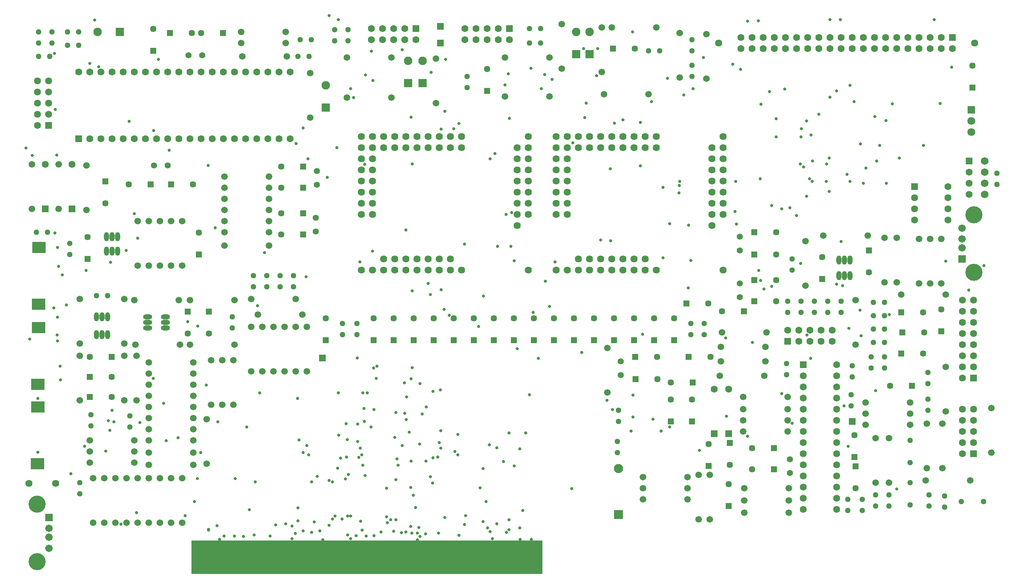
<source format=gbs>
G04*
G04 #@! TF.GenerationSoftware,Altium Limited,Altium Designer,19.1.7 (138)*
G04*
G04 Layer_Color=16711935*
%FSLAX24Y24*%
%MOIN*%
G70*
G01*
G75*
%ADD18R,3.1550X0.3000*%
%ADD28O,0.0440X0.2040*%
%ADD29C,0.0640*%
%ADD30C,0.0512*%
%ADD31C,0.0690*%
%ADD32C,0.0670*%
%ADD33R,0.0670X0.0670*%
%ADD34C,0.1536*%
%ADD35C,0.0572*%
%ADD36R,0.0572X0.0572*%
%ADD37R,0.0572X0.0572*%
%ADD38C,0.0591*%
%ADD39C,0.0631*%
%ADD40R,0.0631X0.0631*%
%ADD41R,0.0631X0.0631*%
%ADD42R,0.1240X0.1040*%
%ADD43O,0.0827X0.0434*%
%ADD44O,0.0827X0.0434*%
%ADD45O,0.0434X0.0827*%
%ADD46O,0.0434X0.0827*%
%ADD47C,0.0709*%
%ADD48R,0.0709X0.0709*%
%ADD49R,0.0768X0.0768*%
%ADD50C,0.0768*%
%ADD51R,0.0768X0.0768*%
%ADD52C,0.0552*%
%ADD53C,0.0827*%
%ADD54R,0.0827X0.0827*%
%ADD55C,0.0276*%
D18*
X71605Y61300D02*
D03*
D28*
X80380Y61750D02*
D03*
X79880D02*
D03*
X86880D02*
D03*
X86380D02*
D03*
X85880D02*
D03*
X85380D02*
D03*
X84880D02*
D03*
X84380D02*
D03*
X83880D02*
D03*
X83380D02*
D03*
X82880D02*
D03*
X82380D02*
D03*
X81880D02*
D03*
X79380D02*
D03*
X78880D02*
D03*
X78380D02*
D03*
X77880D02*
D03*
X77380D02*
D03*
X76880D02*
D03*
X76380D02*
D03*
X75880D02*
D03*
X75380D02*
D03*
X74880D02*
D03*
X74380D02*
D03*
X73880D02*
D03*
X73380D02*
D03*
X72880D02*
D03*
X72380D02*
D03*
X71880D02*
D03*
X71380D02*
D03*
X70880D02*
D03*
X70380D02*
D03*
X69880D02*
D03*
X69380D02*
D03*
X68880D02*
D03*
X68380D02*
D03*
X67880D02*
D03*
X67380D02*
D03*
X66880D02*
D03*
X66380D02*
D03*
X65880D02*
D03*
X65380D02*
D03*
X64880D02*
D03*
X64380D02*
D03*
X63880D02*
D03*
X63380D02*
D03*
X62880D02*
D03*
X61380D02*
D03*
X60880D02*
D03*
X60380D02*
D03*
X59880D02*
D03*
X59380D02*
D03*
X58880D02*
D03*
X58380D02*
D03*
X57880D02*
D03*
X57380D02*
D03*
X56880D02*
D03*
X56380D02*
D03*
D29*
X43654Y67938D02*
D03*
X41254D02*
D03*
X88600Y99100D02*
D03*
X89600D02*
D03*
Y98100D02*
D03*
X88600D02*
D03*
X90600D02*
D03*
Y99100D02*
D03*
X91600Y98100D02*
D03*
Y99100D02*
D03*
X92600Y98100D02*
D03*
Y99100D02*
D03*
X93600D02*
D03*
Y98100D02*
D03*
X94600Y99100D02*
D03*
Y98100D02*
D03*
X97600Y99100D02*
D03*
Y98100D02*
D03*
X95600D02*
D03*
X96600D02*
D03*
Y99100D02*
D03*
X95600D02*
D03*
X102600Y98100D02*
D03*
X103600Y99100D02*
D03*
Y98100D02*
D03*
X89600Y97100D02*
D03*
X88600D02*
D03*
X89600Y96100D02*
D03*
X88600D02*
D03*
X89600Y92100D02*
D03*
X88600D02*
D03*
X89600Y93100D02*
D03*
X88600D02*
D03*
Y94100D02*
D03*
X89600D02*
D03*
X88600Y95100D02*
D03*
X89600D02*
D03*
Y87100D02*
D03*
X88600D02*
D03*
X103600D02*
D03*
X95600Y88100D02*
D03*
X96600D02*
D03*
Y87100D02*
D03*
X95600D02*
D03*
X97600D02*
D03*
X94600D02*
D03*
Y88100D02*
D03*
X93600Y87100D02*
D03*
Y88100D02*
D03*
X92600D02*
D03*
Y87100D02*
D03*
X91600Y88100D02*
D03*
Y87100D02*
D03*
X90600Y88100D02*
D03*
Y87100D02*
D03*
X103600Y95100D02*
D03*
X102600D02*
D03*
X103600Y94100D02*
D03*
X102600D02*
D03*
Y93100D02*
D03*
X103600D02*
D03*
X102600Y92100D02*
D03*
X103600D02*
D03*
X102600Y91100D02*
D03*
Y96100D02*
D03*
X103600D02*
D03*
X102600Y97100D02*
D03*
X103600D02*
D03*
X86100D02*
D03*
X85100D02*
D03*
X86100Y96100D02*
D03*
X85100D02*
D03*
Y91100D02*
D03*
X86100Y92100D02*
D03*
X85100D02*
D03*
X86100Y93100D02*
D03*
X85100D02*
D03*
Y94100D02*
D03*
X86100D02*
D03*
X85100Y95100D02*
D03*
X86100D02*
D03*
X73100Y87100D02*
D03*
Y88100D02*
D03*
X74100Y87100D02*
D03*
Y88100D02*
D03*
X75100Y87100D02*
D03*
Y88100D02*
D03*
X76100D02*
D03*
Y87100D02*
D03*
X77100Y88100D02*
D03*
Y87100D02*
D03*
X80100D02*
D03*
X78100D02*
D03*
X79100D02*
D03*
Y88100D02*
D03*
X78100D02*
D03*
X86100Y87100D02*
D03*
X71100D02*
D03*
X72100D02*
D03*
Y95100D02*
D03*
X71100D02*
D03*
X72100Y94100D02*
D03*
X71100D02*
D03*
Y93100D02*
D03*
X72100D02*
D03*
X71100Y92100D02*
D03*
X72100D02*
D03*
X71100Y96100D02*
D03*
X72100D02*
D03*
X71100Y97100D02*
D03*
X72100D02*
D03*
X86100Y98100D02*
D03*
Y99100D02*
D03*
X85100Y98100D02*
D03*
X78100Y99100D02*
D03*
X79100D02*
D03*
Y98100D02*
D03*
X78100D02*
D03*
X80100D02*
D03*
Y99100D02*
D03*
X77100Y98100D02*
D03*
Y99100D02*
D03*
X76100Y98100D02*
D03*
Y99100D02*
D03*
X75100D02*
D03*
Y98100D02*
D03*
X74100Y99100D02*
D03*
Y98100D02*
D03*
X73100Y99100D02*
D03*
Y98100D02*
D03*
X71100D02*
D03*
X72100D02*
D03*
Y99100D02*
D03*
X71100D02*
D03*
X103200Y107500D02*
D03*
X126200D02*
D03*
D30*
X94200Y73500D02*
D03*
Y74500D02*
D03*
X94100Y70700D02*
D03*
Y71700D02*
D03*
X123500Y65800D02*
D03*
Y66800D02*
D03*
X120400Y69800D02*
D03*
Y71800D02*
D03*
X115100Y75900D02*
D03*
Y74900D02*
D03*
X101900Y81300D02*
D03*
Y82300D02*
D03*
X100700Y81300D02*
D03*
Y82300D02*
D03*
X122100Y66900D02*
D03*
Y65900D02*
D03*
X128200Y94800D02*
D03*
Y95800D02*
D03*
X116100Y65500D02*
D03*
Y66500D02*
D03*
X70700Y81300D02*
D03*
Y82300D02*
D03*
X69400Y81300D02*
D03*
Y82300D02*
D03*
X50300Y73000D02*
D03*
Y74000D02*
D03*
X65400Y106300D02*
D03*
X66400D02*
D03*
X118500Y66900D02*
D03*
Y65900D02*
D03*
X117300Y66900D02*
D03*
Y65900D02*
D03*
X46800Y74100D02*
D03*
Y73100D02*
D03*
X44900Y89500D02*
D03*
Y88500D02*
D03*
X59500Y81900D02*
D03*
Y82900D02*
D03*
X80600Y103500D02*
D03*
Y104500D02*
D03*
X125000Y66300D02*
D03*
X127000D02*
D03*
X97900Y106800D02*
D03*
X96900D02*
D03*
X48300Y84800D02*
D03*
X47300D02*
D03*
X109800Y87100D02*
D03*
Y88100D02*
D03*
X109300Y78700D02*
D03*
Y77700D02*
D03*
X114800Y65500D02*
D03*
Y66500D02*
D03*
X111800Y84300D02*
D03*
Y83300D02*
D03*
X42100Y106300D02*
D03*
X43100D02*
D03*
X42900Y90500D02*
D03*
X41900D02*
D03*
X114200Y83300D02*
D03*
Y84300D02*
D03*
X113000Y83300D02*
D03*
Y84300D02*
D03*
X109400Y83300D02*
D03*
Y84300D02*
D03*
X110600Y83300D02*
D03*
Y84300D02*
D03*
X45700Y108500D02*
D03*
X44700D02*
D03*
X65600Y107800D02*
D03*
X66600D02*
D03*
X45700Y107300D02*
D03*
X44700D02*
D03*
X42100Y107500D02*
D03*
Y108500D02*
D03*
X43300Y107500D02*
D03*
Y108500D02*
D03*
X116900Y79300D02*
D03*
Y78300D02*
D03*
X118100Y79300D02*
D03*
Y78300D02*
D03*
X120400Y68000D02*
D03*
Y66000D02*
D03*
X118100Y80600D02*
D03*
X117100D02*
D03*
X118100Y81800D02*
D03*
X117100D02*
D03*
X118100Y83000D02*
D03*
X117100D02*
D03*
X118100Y84200D02*
D03*
X117100D02*
D03*
X63800Y85600D02*
D03*
Y86600D02*
D03*
X87200Y108800D02*
D03*
X86200D02*
D03*
Y107500D02*
D03*
X87200D02*
D03*
X62600Y85600D02*
D03*
Y86600D02*
D03*
X65000Y85600D02*
D03*
Y86600D02*
D03*
X45800Y67000D02*
D03*
Y68000D02*
D03*
X61400Y85600D02*
D03*
Y86600D02*
D03*
X115200Y78500D02*
D03*
Y77500D02*
D03*
X122000Y74500D02*
D03*
Y75500D02*
D03*
Y77900D02*
D03*
Y76900D02*
D03*
X100800Y107800D02*
D03*
Y106800D02*
D03*
X68700Y108700D02*
D03*
Y107700D02*
D03*
X69900D02*
D03*
Y108700D02*
D03*
X100800Y105500D02*
D03*
Y104500D02*
D03*
D31*
X127100Y93900D02*
D03*
Y95900D02*
D03*
Y94900D02*
D03*
Y96900D02*
D03*
D32*
X125086Y89894D02*
D03*
Y90878D02*
D03*
Y89106D02*
D03*
X43050Y63894D02*
D03*
Y62122D02*
D03*
Y63106D02*
D03*
D33*
X125086Y88122D02*
D03*
X43050Y64878D02*
D03*
D34*
X126153Y86913D02*
D03*
Y92087D02*
D03*
X41983Y60913D02*
D03*
Y66087D02*
D03*
D35*
X102284Y84100D02*
D03*
X104200Y69616D02*
D03*
X57400Y81416D02*
D03*
X55500D02*
D03*
X56500Y90484D02*
D03*
X46500Y90084D02*
D03*
X48100Y93116D02*
D03*
X123200Y83584D02*
D03*
X48684Y77500D02*
D03*
X46716Y79300D02*
D03*
X116700Y86916D02*
D03*
X112500Y88284D02*
D03*
X48684Y75700D02*
D03*
X118616Y76700D02*
D03*
X52400Y108784D02*
D03*
X115500Y67516D02*
D03*
X106216Y69200D02*
D03*
X55984Y94800D02*
D03*
X56716Y108400D02*
D03*
X55884D02*
D03*
X115400Y72284D02*
D03*
X106216Y71100D02*
D03*
X50216Y94800D02*
D03*
X63916Y94500D02*
D03*
X84800Y82784D02*
D03*
X67900D02*
D03*
X63916Y96400D02*
D03*
X82400Y105184D02*
D03*
X63916Y90300D02*
D03*
Y92200D02*
D03*
X83000Y82784D02*
D03*
X81200D02*
D03*
X79400D02*
D03*
X77600D02*
D03*
X75800D02*
D03*
X74000D02*
D03*
X72200D02*
D03*
X108384Y90500D02*
D03*
Y88500D02*
D03*
X95684Y107000D02*
D03*
X108384Y86200D02*
D03*
Y84300D02*
D03*
X86600Y82784D02*
D03*
X88400D02*
D03*
X90200D02*
D03*
X92000D02*
D03*
X93800D02*
D03*
X95600D02*
D03*
X97400D02*
D03*
X99200D02*
D03*
X103516Y83400D02*
D03*
X121584Y79600D02*
D03*
Y83300D02*
D03*
X126000Y105484D02*
D03*
X121684Y81500D02*
D03*
X98900Y75484D02*
D03*
X102484Y79300D02*
D03*
X100800Y75484D02*
D03*
X98916Y77000D02*
D03*
X97700Y77300D02*
D03*
X97684Y79300D02*
D03*
X104100Y67884D02*
D03*
X102300Y71484D02*
D03*
D36*
X100316Y84100D02*
D03*
X46716Y77500D02*
D03*
X48684Y79300D02*
D03*
X46716Y75700D02*
D03*
X120584Y76700D02*
D03*
X108184Y69200D02*
D03*
X54016Y94800D02*
D03*
X58684Y108400D02*
D03*
X53916D02*
D03*
X108184Y71100D02*
D03*
X52184Y94800D02*
D03*
X65884Y94500D02*
D03*
Y96400D02*
D03*
Y90300D02*
D03*
Y92200D02*
D03*
X106416Y90500D02*
D03*
Y88500D02*
D03*
X93716Y107000D02*
D03*
X106416Y86200D02*
D03*
Y84300D02*
D03*
X105484Y83400D02*
D03*
X119616Y79600D02*
D03*
Y83300D02*
D03*
X119716Y81500D02*
D03*
X100516Y79300D02*
D03*
X100884Y77000D02*
D03*
X95731Y77300D02*
D03*
X95716Y79300D02*
D03*
D37*
X104200Y71584D02*
D03*
X57400Y83384D02*
D03*
X55500D02*
D03*
X56500Y88516D02*
D03*
X46500Y88116D02*
D03*
X48100Y95084D02*
D03*
X123200Y81616D02*
D03*
X116700Y88884D02*
D03*
X112500Y86316D02*
D03*
X52400Y106816D02*
D03*
X115500Y69484D02*
D03*
X115400Y70316D02*
D03*
X84800Y80816D02*
D03*
X67900D02*
D03*
X82400Y103216D02*
D03*
X83000Y80816D02*
D03*
X81200D02*
D03*
X79400D02*
D03*
X77600D02*
D03*
X75800D02*
D03*
X74000D02*
D03*
X72200D02*
D03*
X86600D02*
D03*
X88400D02*
D03*
X90200D02*
D03*
X92000D02*
D03*
X93800D02*
D03*
X95600D02*
D03*
X97400D02*
D03*
X99200D02*
D03*
X126000Y103516D02*
D03*
X98900Y73516D02*
D03*
X100800D02*
D03*
X104100Y65916D02*
D03*
X102300Y69516D02*
D03*
D38*
X103400Y80200D02*
D03*
X107400D02*
D03*
X92900Y102900D02*
D03*
X96900D02*
D03*
X52000Y87500D02*
D03*
Y91500D02*
D03*
X50700Y84400D02*
D03*
X54700D02*
D03*
X53000Y87500D02*
D03*
Y91500D02*
D03*
X109400Y75700D02*
D03*
X105400D02*
D03*
X51000Y87500D02*
D03*
Y91500D02*
D03*
X59700Y80400D02*
D03*
X55700D02*
D03*
X50800D02*
D03*
X54800D02*
D03*
X55000Y87500D02*
D03*
Y91500D02*
D03*
X55700Y84400D02*
D03*
X59700D02*
D03*
X54000Y91500D02*
D03*
Y87500D02*
D03*
X50900Y75400D02*
D03*
Y79400D02*
D03*
X49800Y75400D02*
D03*
Y79400D02*
D03*
X119200Y90000D02*
D03*
Y86000D02*
D03*
X127700Y74700D02*
D03*
Y70700D02*
D03*
X111000Y85700D02*
D03*
Y89700D02*
D03*
X45800Y75400D02*
D03*
Y79400D02*
D03*
Y84500D02*
D03*
Y80500D02*
D03*
X112600Y90200D02*
D03*
X116600D02*
D03*
X118100Y90000D02*
D03*
Y86000D02*
D03*
X49800Y80500D02*
D03*
Y84500D02*
D03*
X66500Y104800D02*
D03*
Y100800D02*
D03*
X120400Y74200D02*
D03*
X116400D02*
D03*
X120400Y73200D02*
D03*
X116400D02*
D03*
X64300Y108500D02*
D03*
X60300D02*
D03*
X43900Y96600D02*
D03*
Y92600D02*
D03*
X64300Y107500D02*
D03*
X60300D02*
D03*
X46400Y96500D02*
D03*
Y92500D02*
D03*
X41500Y96600D02*
D03*
Y92600D02*
D03*
X120400Y75200D02*
D03*
X116400D02*
D03*
X109400Y73600D02*
D03*
X105400D02*
D03*
X109400Y72600D02*
D03*
X105400D02*
D03*
X64400Y106300D02*
D03*
X60400D02*
D03*
X109400Y74600D02*
D03*
X105400D02*
D03*
X56000Y69600D02*
D03*
X52000D02*
D03*
Y70700D02*
D03*
X56000D02*
D03*
X50700Y69800D02*
D03*
X46700D02*
D03*
X117300Y68000D02*
D03*
Y72000D02*
D03*
X58800Y91500D02*
D03*
X62800D02*
D03*
X46700Y70800D02*
D03*
X50700D02*
D03*
X46700Y71800D02*
D03*
X50700D02*
D03*
X58800Y92500D02*
D03*
X62800D02*
D03*
X118500Y68000D02*
D03*
Y72000D02*
D03*
X58800Y95500D02*
D03*
X62800D02*
D03*
Y90500D02*
D03*
X58800D02*
D03*
Y94500D02*
D03*
X62800D02*
D03*
X58800Y93500D02*
D03*
X62800D02*
D03*
X77800Y102100D02*
D03*
Y106100D02*
D03*
X58800Y89300D02*
D03*
X62800D02*
D03*
X48000Y64400D02*
D03*
Y68400D02*
D03*
X65200Y84500D02*
D03*
X61200D02*
D03*
X47000Y68400D02*
D03*
Y64400D02*
D03*
X89100Y109200D02*
D03*
Y105200D02*
D03*
X69800Y106200D02*
D03*
X73800D02*
D03*
Y102600D02*
D03*
X69800D02*
D03*
X123300Y69300D02*
D03*
Y73300D02*
D03*
X123200Y85900D02*
D03*
Y89900D02*
D03*
X55000Y68400D02*
D03*
Y64400D02*
D03*
X54000Y68400D02*
D03*
Y64400D02*
D03*
X53000D02*
D03*
Y68400D02*
D03*
X52000Y64400D02*
D03*
Y68400D02*
D03*
X51000Y64400D02*
D03*
Y68400D02*
D03*
X50000D02*
D03*
Y64400D02*
D03*
X49000D02*
D03*
Y68400D02*
D03*
X97600Y108900D02*
D03*
X93600D02*
D03*
X121800Y68200D02*
D03*
X125800D02*
D03*
X123600Y78400D02*
D03*
Y74400D02*
D03*
X121900Y73300D02*
D03*
Y69300D02*
D03*
X99700Y104400D02*
D03*
Y108400D02*
D03*
X92700Y104900D02*
D03*
Y108900D02*
D03*
X107500Y81500D02*
D03*
X103500D02*
D03*
X123600Y84900D02*
D03*
X119600D02*
D03*
X88000Y106200D02*
D03*
X84000D02*
D03*
X115500Y80400D02*
D03*
Y84400D02*
D03*
X84000Y102700D02*
D03*
X88000D02*
D03*
X102100Y108300D02*
D03*
Y104300D02*
D03*
X122200Y85900D02*
D03*
Y89900D02*
D03*
X121200Y85900D02*
D03*
Y89900D02*
D03*
X56000Y71800D02*
D03*
X52000D02*
D03*
X56000Y72800D02*
D03*
X52000D02*
D03*
X56000Y73800D02*
D03*
X52000D02*
D03*
X56000Y74800D02*
D03*
X52000D02*
D03*
X56000Y75800D02*
D03*
X52000D02*
D03*
X56000Y76800D02*
D03*
X52000D02*
D03*
X63200Y82000D02*
D03*
Y78000D02*
D03*
X56000Y77800D02*
D03*
X52000D02*
D03*
X56000Y78800D02*
D03*
X52000D02*
D03*
X62200Y82000D02*
D03*
Y78000D02*
D03*
X61200Y82000D02*
D03*
Y78000D02*
D03*
X107300Y77600D02*
D03*
X103300D02*
D03*
X103400Y78900D02*
D03*
X107400D02*
D03*
X66200Y78000D02*
D03*
Y82000D02*
D03*
X102400Y64700D02*
D03*
Y68700D02*
D03*
X65200Y78000D02*
D03*
Y82000D02*
D03*
X101400Y64700D02*
D03*
Y68700D02*
D03*
X96400Y66500D02*
D03*
X100400D02*
D03*
X96400Y67500D02*
D03*
X100400D02*
D03*
X64200Y78000D02*
D03*
Y82000D02*
D03*
X96400Y68500D02*
D03*
X100400D02*
D03*
X65800Y83100D02*
D03*
X61800D02*
D03*
X59600Y75000D02*
D03*
Y79000D02*
D03*
X58600Y75000D02*
D03*
Y79000D02*
D03*
X57600Y75000D02*
D03*
Y79000D02*
D03*
X93200Y80100D02*
D03*
Y76100D02*
D03*
X109500Y67500D02*
D03*
X105500D02*
D03*
X109500Y66400D02*
D03*
X105500D02*
D03*
X109500Y65300D02*
D03*
X105500D02*
D03*
X57200Y73700D02*
D03*
Y69700D02*
D03*
D39*
X125100Y74600D02*
D03*
X126100D02*
D03*
X125100Y73600D02*
D03*
X126100D02*
D03*
X125100Y72600D02*
D03*
X126100D02*
D03*
X125100Y71600D02*
D03*
X126100D02*
D03*
X125100Y70600D02*
D03*
X105200Y107000D02*
D03*
Y108000D02*
D03*
X106200Y107000D02*
D03*
Y108000D02*
D03*
X107200Y107000D02*
D03*
Y108000D02*
D03*
X108200Y107000D02*
D03*
Y108000D02*
D03*
X109200Y107000D02*
D03*
Y108000D02*
D03*
X110200Y107000D02*
D03*
Y108000D02*
D03*
X111200Y107000D02*
D03*
Y108000D02*
D03*
X112200Y107000D02*
D03*
Y108000D02*
D03*
X113200Y107000D02*
D03*
Y108000D02*
D03*
X114200Y107000D02*
D03*
Y108000D02*
D03*
X115200Y107000D02*
D03*
Y108000D02*
D03*
X116200Y107000D02*
D03*
Y108000D02*
D03*
X117200Y107000D02*
D03*
Y108000D02*
D03*
X118200Y107000D02*
D03*
Y108000D02*
D03*
X119200Y107000D02*
D03*
Y108000D02*
D03*
X120200Y107000D02*
D03*
Y108000D02*
D03*
X121200Y107000D02*
D03*
Y108000D02*
D03*
X122200Y107000D02*
D03*
Y108000D02*
D03*
X123200Y107000D02*
D03*
Y108000D02*
D03*
X124200Y107000D02*
D03*
X125700Y93900D02*
D03*
Y94900D02*
D03*
Y95900D02*
D03*
X42000Y100100D02*
D03*
X43000Y101100D02*
D03*
X42000D02*
D03*
X43000Y102100D02*
D03*
X42000D02*
D03*
X43000Y103100D02*
D03*
X42000D02*
D03*
X43000Y104100D02*
D03*
X42000D02*
D03*
X109400Y81700D02*
D03*
X110400Y80700D02*
D03*
Y81700D02*
D03*
X111400Y80700D02*
D03*
Y81700D02*
D03*
X112400Y80700D02*
D03*
Y81700D02*
D03*
X113400Y80700D02*
D03*
Y81700D02*
D03*
X126100Y78400D02*
D03*
Y79400D02*
D03*
Y80400D02*
D03*
Y81400D02*
D03*
Y82400D02*
D03*
Y83400D02*
D03*
Y84400D02*
D03*
X125100Y77400D02*
D03*
Y78400D02*
D03*
Y79400D02*
D03*
Y80400D02*
D03*
Y81400D02*
D03*
Y82400D02*
D03*
Y83400D02*
D03*
Y84400D02*
D03*
X84400Y107800D02*
D03*
X83400Y108800D02*
D03*
Y107800D02*
D03*
X82400Y108800D02*
D03*
Y107800D02*
D03*
X81400Y108800D02*
D03*
Y107800D02*
D03*
X80400Y108800D02*
D03*
Y107800D02*
D03*
X76000D02*
D03*
X75000Y108800D02*
D03*
Y107800D02*
D03*
X74000Y108800D02*
D03*
Y107800D02*
D03*
X73000Y108800D02*
D03*
Y107800D02*
D03*
X72000Y108800D02*
D03*
Y107800D02*
D03*
X42700Y96608D02*
D03*
X45100D02*
D03*
X104100Y76408D02*
D03*
X102800D02*
D03*
X120800Y93600D02*
D03*
Y92600D02*
D03*
Y91600D02*
D03*
X123800Y94600D02*
D03*
Y93600D02*
D03*
Y92600D02*
D03*
Y91600D02*
D03*
X113800Y65600D02*
D03*
Y66600D02*
D03*
Y67600D02*
D03*
Y68600D02*
D03*
Y69600D02*
D03*
Y70600D02*
D03*
Y71600D02*
D03*
Y72600D02*
D03*
Y73600D02*
D03*
Y74600D02*
D03*
Y75600D02*
D03*
Y76600D02*
D03*
Y77600D02*
D03*
Y78600D02*
D03*
X110800Y65600D02*
D03*
Y66600D02*
D03*
Y67600D02*
D03*
Y68600D02*
D03*
Y69600D02*
D03*
Y70600D02*
D03*
Y71600D02*
D03*
Y72600D02*
D03*
Y73600D02*
D03*
Y74600D02*
D03*
Y75600D02*
D03*
Y76600D02*
D03*
Y77600D02*
D03*
X46700Y98900D02*
D03*
X47700D02*
D03*
X48700D02*
D03*
X49700D02*
D03*
X50700D02*
D03*
X51700D02*
D03*
X52700D02*
D03*
X53700D02*
D03*
X54700D02*
D03*
X55700D02*
D03*
X56700D02*
D03*
X57700D02*
D03*
X58700D02*
D03*
X59700D02*
D03*
X60700D02*
D03*
X61700D02*
D03*
X62700D02*
D03*
X63700D02*
D03*
X64700D02*
D03*
X45700Y104900D02*
D03*
X46700D02*
D03*
X47700D02*
D03*
X48700D02*
D03*
X49700D02*
D03*
X50700D02*
D03*
X51700D02*
D03*
X52700D02*
D03*
X53700D02*
D03*
X54700D02*
D03*
X55700D02*
D03*
X56700D02*
D03*
X57700D02*
D03*
X58700D02*
D03*
X59700D02*
D03*
X60700D02*
D03*
X61700D02*
D03*
X62700D02*
D03*
X63700D02*
D03*
X64700D02*
D03*
D40*
X126100Y70600D02*
D03*
X125700Y96900D02*
D03*
X43000Y100100D02*
D03*
X126100Y77400D02*
D03*
X42700Y92592D02*
D03*
X45100D02*
D03*
X104100Y72392D02*
D03*
X102800D02*
D03*
X45700Y98900D02*
D03*
X115200Y73500D02*
D03*
X78200Y107500D02*
D03*
Y109000D02*
D03*
D41*
X124200Y108000D02*
D03*
X109400Y80700D02*
D03*
X84400Y108800D02*
D03*
X76000D02*
D03*
X120800Y94600D02*
D03*
X110800Y78600D02*
D03*
X67600Y79200D02*
D03*
D42*
X42055Y76850D02*
D03*
X42105Y81950D02*
D03*
X42100Y84050D02*
D03*
X42150Y89150D02*
D03*
X42000Y69700D02*
D03*
X42050Y74800D02*
D03*
D43*
X53500Y82900D02*
D03*
Y82400D02*
D03*
X51900Y81900D02*
D03*
Y82400D02*
D03*
D44*
X53500Y81900D02*
D03*
X51900Y82900D02*
D03*
D45*
X48200Y90100D02*
D03*
X48700D02*
D03*
X49200Y88800D02*
D03*
X48700D02*
D03*
X115000Y86600D02*
D03*
X114500D02*
D03*
X48300Y81300D02*
D03*
X47800D02*
D03*
X114000Y88000D02*
D03*
X114500D02*
D03*
X47300Y82900D02*
D03*
X47800D02*
D03*
D46*
X49200Y90100D02*
D03*
X48200Y88800D02*
D03*
X114000Y86600D02*
D03*
X47300Y81300D02*
D03*
X115000Y88000D02*
D03*
X48300Y82900D02*
D03*
D47*
X125900Y99500D02*
D03*
Y100500D02*
D03*
D48*
Y101500D02*
D03*
D49*
X67900Y101700D02*
D03*
X76600Y103900D02*
D03*
X75300D02*
D03*
X90400Y106500D02*
D03*
X91600D02*
D03*
D50*
X67900Y103700D02*
D03*
X47400Y108500D02*
D03*
X76600Y105900D02*
D03*
X75300D02*
D03*
X90400Y108500D02*
D03*
X91600D02*
D03*
D51*
X49400D02*
D03*
D52*
X56810Y106400D02*
D03*
X55590D02*
D03*
X109600Y68890D02*
D03*
Y70110D02*
D03*
X53710Y96500D02*
D03*
X52490D02*
D03*
X67100Y94790D02*
D03*
Y96010D02*
D03*
X67000Y90590D02*
D03*
Y91810D02*
D03*
X105100Y88890D02*
D03*
Y90110D02*
D03*
Y84690D02*
D03*
Y85910D02*
D03*
X94400Y78910D02*
D03*
Y77690D02*
D03*
D53*
X94200Y69259D02*
D03*
D54*
Y65141D02*
D03*
D55*
X77296Y68550D02*
D03*
X74210Y68280D02*
D03*
X74206Y64680D02*
D03*
X76130Y62890D02*
D03*
X73750Y64670D02*
D03*
X68980Y69313D02*
D03*
X71000Y71100D02*
D03*
X95343Y72630D02*
D03*
X98798Y73000D02*
D03*
X125670Y85310D02*
D03*
X85350Y63940D02*
D03*
Y71040D02*
D03*
X78109Y71620D02*
D03*
X84853Y69500D02*
D03*
X79520Y70800D02*
D03*
X78230Y71102D02*
D03*
X83290Y71130D02*
D03*
Y64310D02*
D03*
X73380Y64930D02*
D03*
X74000Y63640D02*
D03*
X57380Y63814D02*
D03*
Y63730D02*
D03*
X62900Y63200D02*
D03*
X55290Y65040D02*
D03*
X79880Y63270D02*
D03*
X42050Y70750D02*
D03*
X84380Y64670D02*
D03*
X66880Y64490D02*
D03*
X78234Y72676D02*
D03*
X67630Y62880D02*
D03*
X69880Y63317D02*
D03*
X70130Y65000D02*
D03*
X84380Y72470D02*
D03*
X64880Y62970D02*
D03*
Y64120D02*
D03*
X85860Y72470D02*
D03*
X80460Y65040D02*
D03*
X84380Y63790D02*
D03*
X69880Y65000D02*
D03*
X79779Y70509D02*
D03*
X79780Y72330D02*
D03*
X75584Y69940D02*
D03*
X79779Y72331D02*
D03*
X79780Y70510D02*
D03*
X76909Y69940D02*
D03*
X76880Y63410D02*
D03*
X76130Y63470D02*
D03*
X72880Y63570D02*
D03*
X74783Y71350D02*
D03*
X41320Y80900D02*
D03*
X43820Y80740D02*
D03*
X60520Y63160D02*
D03*
X65407Y64580D02*
D03*
Y65739D02*
D03*
X85597Y65523D02*
D03*
X84000Y103750D02*
D03*
X63416Y64216D02*
D03*
X59700Y63200D02*
D03*
X56100Y66300D02*
D03*
X58130Y64130D02*
D03*
X61480Y63310D02*
D03*
X69050Y109620D02*
D03*
X74790Y106910D02*
D03*
X45010Y68810D02*
D03*
X90000Y67490D02*
D03*
X96171Y96471D02*
D03*
X48130Y70830D02*
D03*
X76335Y71475D02*
D03*
X77553Y70257D02*
D03*
X93170Y75420D02*
D03*
X75191Y75720D02*
D03*
X98050Y72630D02*
D03*
X73390Y67520D02*
D03*
X74300Y70133D02*
D03*
X68750Y65000D02*
D03*
X71190Y63750D02*
D03*
X75110Y63580D02*
D03*
X82300Y66310D02*
D03*
X82050Y69290D02*
D03*
X74403Y69580D02*
D03*
X92600Y89810D02*
D03*
X107960Y92910D02*
D03*
X106770Y109500D02*
D03*
X113200Y109600D02*
D03*
X114140D02*
D03*
X122570D02*
D03*
X78030Y63464D02*
D03*
X73438Y64402D02*
D03*
X70770Y73270D02*
D03*
X82880Y62960D02*
D03*
X82690Y63620D02*
D03*
X111104Y93753D02*
D03*
X58380Y62920D02*
D03*
X87570Y104660D02*
D03*
X88230Y104250D02*
D03*
X111104Y100500D02*
D03*
X111626Y96920D02*
D03*
X117404D02*
D03*
X97302Y73708D02*
D03*
X86380Y62920D02*
D03*
X123610Y87910D02*
D03*
X54640Y72040D02*
D03*
X83880Y69897D02*
D03*
X77980Y70314D02*
D03*
X82600Y71410D02*
D03*
X84130Y63550D02*
D03*
X82049Y64511D02*
D03*
X80380Y64240D02*
D03*
X78600Y64890D02*
D03*
X75530Y67560D02*
D03*
Y64070D02*
D03*
X72230Y63225D02*
D03*
X71543Y63213D02*
D03*
X70630Y63250D02*
D03*
X70130Y62970D02*
D03*
X69380Y64750D02*
D03*
X69680Y68340D02*
D03*
X69770Y70314D02*
D03*
X70890Y70261D02*
D03*
X68210Y64180D02*
D03*
Y68215D02*
D03*
X69228Y70206D02*
D03*
X67380Y63660D02*
D03*
X68500Y64730D02*
D03*
Y68089D02*
D03*
X71140Y70518D02*
D03*
X66630Y63530D02*
D03*
Y68060D02*
D03*
X67130Y68560D02*
D03*
X66380Y70500D02*
D03*
X70770Y71692D02*
D03*
X65880Y63690D02*
D03*
Y70720D02*
D03*
X69850Y71890D02*
D03*
X66220Y71340D02*
D03*
X71380Y73520D02*
D03*
X119220Y67440D02*
D03*
X121610Y98310D02*
D03*
X117660D02*
D03*
X82440Y63940D02*
D03*
X69940Y68738D02*
D03*
X71254Y69580D02*
D03*
X86340Y105250D02*
D03*
X92250Y104580D02*
D03*
X90100Y98529D02*
D03*
X65521Y71830D02*
D03*
X69750Y73320D02*
D03*
X79420Y99800D02*
D03*
X84536Y89244D02*
D03*
X42050Y75570D02*
D03*
X48500Y72700D02*
D03*
X43610Y101530D02*
D03*
X69030Y76080D02*
D03*
X71254D02*
D03*
X95498Y73892D02*
D03*
X72140Y104150D02*
D03*
X91080Y107000D02*
D03*
X92330D02*
D03*
X113152Y97170D02*
D03*
X119452D02*
D03*
X64300Y64300D02*
D03*
X43784Y81270D02*
D03*
X114480Y74920D02*
D03*
X71030Y64550D02*
D03*
X58780Y63210D02*
D03*
X49500Y64280D02*
D03*
X85380Y62920D02*
D03*
X61570Y68090D02*
D03*
X65360Y75580D02*
D03*
X57340Y96500D02*
D03*
X53850Y97860D02*
D03*
X93490Y96210D02*
D03*
X87655Y86105D02*
D03*
X71420Y96600D02*
D03*
X68900Y98100D02*
D03*
X68030Y95450D02*
D03*
X98210Y94530D02*
D03*
Y88207D02*
D03*
X88510Y87840D02*
D03*
X78260Y99779D02*
D03*
X78610Y101360D02*
D03*
X91303Y102120D02*
D03*
X66300Y97100D02*
D03*
X48560Y87820D02*
D03*
X46390Y87090D02*
D03*
X55500Y82490D02*
D03*
X60800Y73020D02*
D03*
X114200Y89670D02*
D03*
X48870Y73470D02*
D03*
X100720Y87960D02*
D03*
X113152Y94180D02*
D03*
X117300Y76260D02*
D03*
X70397Y102600D02*
D03*
X46250Y71260D02*
D03*
X48720Y74500D02*
D03*
X43530Y106590D02*
D03*
X116020Y81210D02*
D03*
X101840Y106200D02*
D03*
X79890Y100290D02*
D03*
X108890Y76020D02*
D03*
X51000Y89980D02*
D03*
X114840Y71290D02*
D03*
X78680Y106050D02*
D03*
X62396Y88680D02*
D03*
X107270Y85410D02*
D03*
X99700Y95090D02*
D03*
X96380Y81330D02*
D03*
X77310Y84910D02*
D03*
X57960Y90904D02*
D03*
X75100Y90700D02*
D03*
X47150Y109560D02*
D03*
X52440Y99640D02*
D03*
X52880Y106030D02*
D03*
X66137Y86493D02*
D03*
X114330Y85720D02*
D03*
X75680Y78330D02*
D03*
X49970Y88880D02*
D03*
X103850Y81010D02*
D03*
X114910Y81860D02*
D03*
X76280Y63977D02*
D03*
X65160Y63440D02*
D03*
X69070Y72280D02*
D03*
X75405Y72530D02*
D03*
X81650Y82040D02*
D03*
X87997Y83827D02*
D03*
X104460Y105600D02*
D03*
X109810Y73350D02*
D03*
X118800Y102050D02*
D03*
X72020Y106770D02*
D03*
X77360Y104870D02*
D03*
X118250Y100540D02*
D03*
X65870Y99860D02*
D03*
X108380Y100700D02*
D03*
Y99080D02*
D03*
X110598D02*
D03*
X50250Y100460D02*
D03*
X113800Y103210D02*
D03*
X77100Y85900D02*
D03*
X107980Y85640D02*
D03*
X108860Y92620D02*
D03*
X83110Y97570D02*
D03*
X84420Y100740D02*
D03*
X110650Y99820D02*
D03*
X116200Y94910D02*
D03*
X118290D02*
D03*
X78280Y85350D02*
D03*
X100470Y85520D02*
D03*
X100920Y103420D02*
D03*
X117250Y100900D02*
D03*
X110848Y96380D02*
D03*
X110540Y96650D02*
D03*
X110200Y92020D02*
D03*
X97170Y102250D02*
D03*
X112200Y101100D02*
D03*
X99630Y94050D02*
D03*
X100090Y102839D02*
D03*
X113200Y102650D02*
D03*
X114750Y95695D02*
D03*
X91171Y100820D02*
D03*
X96160Y100380D02*
D03*
X112860Y95070D02*
D03*
X115000D02*
D03*
X112896Y96630D02*
D03*
X124130Y105350D02*
D03*
X95460Y108500D02*
D03*
X105820Y109480D02*
D03*
X106950Y95310D02*
D03*
X68204Y109989D02*
D03*
X70980Y87850D02*
D03*
X75570Y100840D02*
D03*
X115360Y102250D02*
D03*
X87270Y103400D02*
D03*
X107770Y103150D02*
D03*
X107019Y102019D02*
D03*
X50910Y65310D02*
D03*
X75960Y65780D02*
D03*
X76380Y63160D02*
D03*
X84850Y87930D02*
D03*
X127030Y87520D02*
D03*
X82090Y84760D02*
D03*
X78530Y83560D02*
D03*
X75670Y96640D02*
D03*
Y85241D02*
D03*
X106246Y80610D02*
D03*
X93520Y89730D02*
D03*
X104820Y91230D02*
D03*
X106800Y87080D02*
D03*
X113795Y85825D02*
D03*
X115910Y83506D02*
D03*
X93856Y100297D02*
D03*
X116450Y96260D02*
D03*
X115930Y98430D02*
D03*
X94600Y100610D02*
D03*
X59770Y68380D02*
D03*
X75780Y66880D02*
D03*
X75630Y63490D02*
D03*
X41540Y97420D02*
D03*
X70150Y103400D02*
D03*
X43820Y82870D02*
D03*
X71460Y104650D02*
D03*
X43820Y89130D02*
D03*
X84610Y92270D02*
D03*
X43910Y87430D02*
D03*
X86530Y83300D02*
D03*
X44052Y78490D02*
D03*
X85110Y80050D02*
D03*
X40970Y98070D02*
D03*
X84317Y104750D02*
D03*
X44250Y86660D02*
D03*
X43490Y83703D02*
D03*
X104660Y92370D02*
D03*
X46700Y105690D02*
D03*
X80360Y89450D02*
D03*
X105160Y105130D02*
D03*
X50700Y92190D02*
D03*
X56390Y68370D02*
D03*
X109150Y103380D02*
D03*
X56660Y70700D02*
D03*
X81790Y67530D02*
D03*
X74700Y63520D02*
D03*
X72100Y88800D02*
D03*
X98820Y91260D02*
D03*
X99680Y94720D02*
D03*
X111360Y95310D02*
D03*
X83330Y89230D02*
D03*
X100510Y91140D02*
D03*
X104730Y95060D02*
D03*
X111610D02*
D03*
X111515Y99231D02*
D03*
X109610Y92700D02*
D03*
X110590Y87710D02*
D03*
X43740Y97440D02*
D03*
X105810Y72170D02*
D03*
X61050Y65584D02*
D03*
X61765Y83900D02*
D03*
X118540Y83120D02*
D03*
X111150Y81276D02*
D03*
X111480Y79180D02*
D03*
X106963Y86180D02*
D03*
X76945Y74805D02*
D03*
X77553Y76220D02*
D03*
X78200Y76340D02*
D03*
X84100Y92110D02*
D03*
X82690Y97100D02*
D03*
X52410Y77390D02*
D03*
X87000Y79160D02*
D03*
X56410Y82070D02*
D03*
X79000Y83050D02*
D03*
X48376Y73586D02*
D03*
X57190Y76760D02*
D03*
X74970Y76960D02*
D03*
X74206Y74308D02*
D03*
X72510Y78490D02*
D03*
X53590Y71760D02*
D03*
X74994Y74246D02*
D03*
X75590Y77330D02*
D03*
X51212Y73422D02*
D03*
X75135Y73680D02*
D03*
X53340Y75140D02*
D03*
X76372Y76897D02*
D03*
X76570Y74181D02*
D03*
X71450Y68650D02*
D03*
X77500Y67990D02*
D03*
X71990Y73003D02*
D03*
X103910Y73960D02*
D03*
X74120Y72070D02*
D03*
X101460Y70911D02*
D03*
X95500Y75870D02*
D03*
X86220Y75900D02*
D03*
X72435Y77391D02*
D03*
X72238Y74572D02*
D03*
X93660Y74580D02*
D03*
X70757Y79200D02*
D03*
X58200Y73490D02*
D03*
X71350Y74690D02*
D03*
X71647Y76080D02*
D03*
X61960D02*
D03*
X72220Y78310D02*
D03*
X44602Y83962D02*
D03*
X44070Y77240D02*
D03*
X90910Y79710D02*
D03*
X123120Y102080D02*
D03*
X47516Y105360D02*
D03*
X43570Y90430D02*
D03*
X65250Y98480D02*
D03*
X98620Y104340D02*
D03*
X115000Y103710D02*
D03*
M02*

</source>
